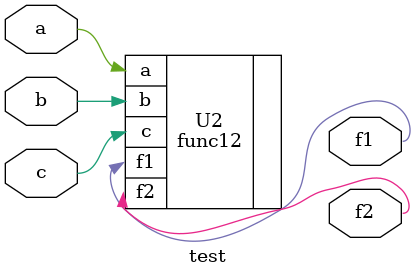
<source format=v>

`ifdef _VCP
`else
`define library(a,b)
`endif


`timescale 1ps / 1ps

module test (a,b,c,f1,f2) ;

// ------------ Port declarations --------- //
input a;
wire a;
input b;
wire b;
input c;
wire c;
output f1;
wire f1;
output f2;
wire f2;

// -------- Component instantiations -------//

func12 U2
(
	.a(a),
	.b(b),
	.c(c),
	.f1(f1),
	.f2(f2)
);



endmodule 

</source>
